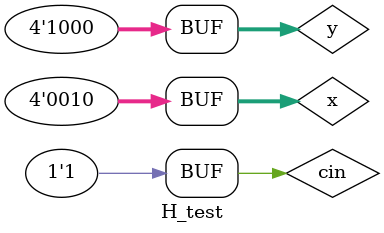
<source format=v>
`timescale 1ns / 1ps



module H_test();
  reg [3:0] x, y;
  reg cin;
  wire [3:0] z;
  wire cout3;
  
  H uut(
      .x(x)
    , .y(y)
    , .cin(cin)
    , .z(z)
    , .cout3(cout3)
   );
  
  initial begin
  
  #100;
    x = 5; y = 5; cin = 0; #50;
    x = 3; y = 5; cin = 0; #50;
    x = 4; y = 8; cin = 0; #50;
    x = 10; y = 0; cin = 1;#50;
    x = 2; y = 8; cin = 1; #50;
  
  end
endmodule

</source>
